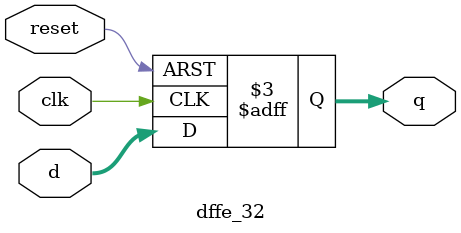
<source format=v>
module dffe_32(clk, d, q, reset);
	//input
	input [31:0] d;
	input clk;
	input reset;
	
	//output
	output reg [31:0] q;
	
	//logic
	initial begin
		q <= 32'd0;
	end
	
	always@(posedge clk or posedge reset) begin
		if (reset) begin
			q <= 32'd0;
		end else begin
			q <= d;
		end
	end
endmodule

</source>
